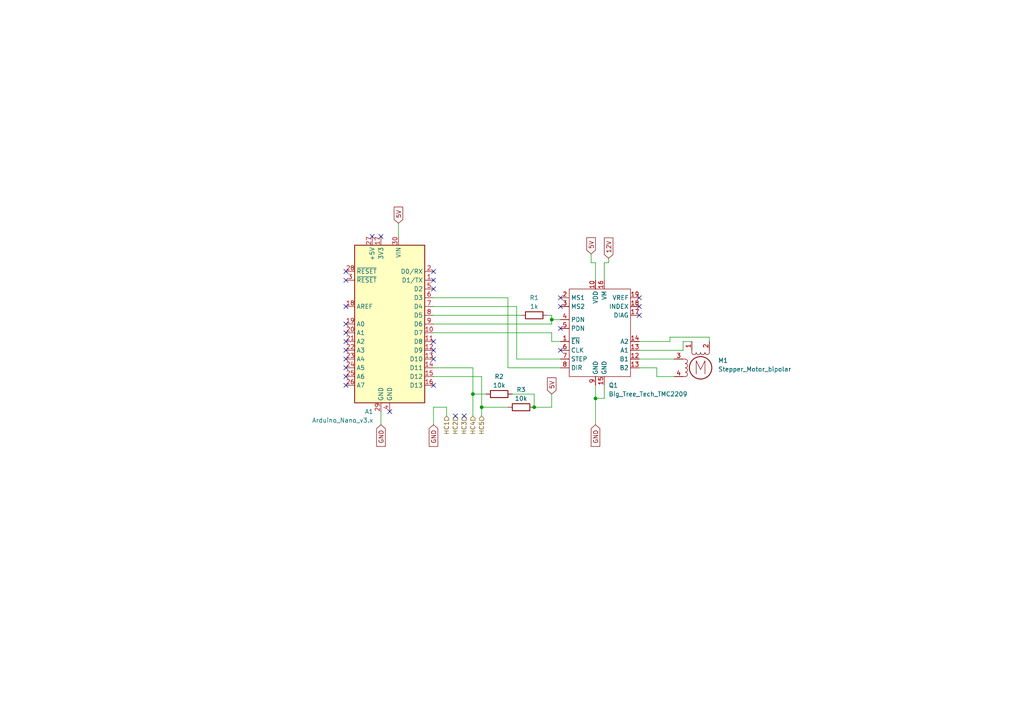
<source format=kicad_sch>
(kicad_sch (version 20230121) (generator eeschema)
  (paper "A4")
  (lib_symbols
    (symbol "Device:R" (pin_numbers hide) (pin_names (offset 0))
      (property "Reference" "R" (at 2.032 0 90))
      (property "Value" "R" (at 0 0 90))
      (symbol "R_0_1"
        (rectangle (start -1.016 -2.54) (end 1.016 2.54) (stroke (width 0.254)))
      )
      (symbol "R_1_1"
        (pin passive line (at 0 3.81 270) (length 1.27) (name "~") (number "1"))
        (pin passive line (at 0 -3.81 90) (length 1.27) (name "~") (number "2"))
      )
    )
    (symbol "MCU_Module:Arduino_Nano_v3.x"
      (property "Reference" "A1" (at 4.7341 -25.4 0))
      (property "Value" "Arduino_Nano_v3.x" (at 4.7341 -27.94 0))
      (symbol "Arduino_Nano_v3.x_0_1"
        (rectangle (start -10.16 22.86) (end 10.16 -22.86) (stroke (width 0.254)) (fill (type background)))
      )
      (symbol "Arduino_Nano_v3.x_1_1"
        (pin bidirectional line (at -12.7 12.7 0) (length 2.54) (name "D1/TX") (number "1"))
        (pin bidirectional line (at -12.7 -2.54 0) (length 2.54) (name "D7") (number "10"))
        (pin bidirectional line (at -12.7 -5.08 0) (length 2.54) (name "D8") (number "11"))
        (pin bidirectional line (at -12.7 -7.62 0) (length 2.54) (name "D9") (number "12"))
        (pin bidirectional line (at -12.7 -10.16 0) (length 2.54) (name "D10") (number "13"))
        (pin bidirectional line (at -12.7 -12.7 0) (length 2.54) (name "D11") (number "14"))
        (pin bidirectional line (at -12.7 -15.24 0) (length 2.54) (name "D12") (number "15"))
        (pin bidirectional line (at -12.7 -17.78 0) (length 2.54) (name "D13") (number "16"))
        (pin power_out line (at 2.54 25.4 270) (length 2.54) (name "3V3") (number "17"))
        (pin input line (at 12.7 5.08 180) (length 2.54) (name "AREF") (number "18"))
        (pin bidirectional line (at 12.7 0 180) (length 2.54) (name "A0") (number "19"))
        (pin bidirectional line (at -12.7 15.24 0) (length 2.54) (name "D0/RX") (number "2"))
        (pin bidirectional line (at 12.7 -2.54 180) (length 2.54) (name "A1") (number "20"))
        (pin bidirectional line (at 12.7 -5.08 180) (length 2.54) (name "A2") (number "21"))
        (pin bidirectional line (at 12.7 -7.62 180) (length 2.54) (name "A3") (number "22"))
        (pin bidirectional line (at 12.7 -10.16 180) (length 2.54) (name "A4") (number "23"))
        (pin bidirectional line (at 12.7 -12.7 180) (length 2.54) (name "A5") (number "24"))
        (pin bidirectional line (at 12.7 -15.24 180) (length 2.54) (name "A6") (number "25"))
        (pin bidirectional line (at 12.7 -17.78 180) (length 2.54) (name "A7") (number "26"))
        (pin power_out line (at 5.08 25.4 270) (length 2.54) (name "+5V") (number "27"))
        (pin input line (at 12.7 15.24 180) (length 2.54) (name "~{RESET}") (number "28"))
        (pin power_in line (at 2.54 -25.4 90) (length 2.54) (name "GND") (number "29"))
        (pin input line (at 12.7 12.7 180) (length 2.54) (name "~{RESET}") (number "3"))
        (pin power_in line (at -2.54 25.4 270) (length 2.54) (name "VIN") (number "30"))
        (pin power_in line (at 0 -25.4 90) (length 2.54) (name "GND") (number "4"))
        (pin bidirectional line (at -12.7 10.16 0) (length 2.54) (name "D2") (number "5"))
        (pin bidirectional line (at -12.7 7.62 0) (length 2.54) (name "D3") (number "6"))
        (pin bidirectional line (at -12.7 5.08 0) (length 2.54) (name "D4") (number "7"))
        (pin bidirectional line (at -12.7 2.54 0) (length 2.54) (name "D5") (number "8"))
        (pin bidirectional line (at -12.7 0 0) (length 2.54) (name "D6") (number "9"))
      )
    )
    (symbol "Motor:Stepper_Motor_bipolar" (pin_names (offset 0) hide)
      (property "Reference" "M" (at 3.81 2.54 0))
      (property "Value" "Stepper_Motor_bipolar" (at 3.81 1.27 0))
      (symbol "Stepper_Motor_bipolar_0_0"
        (polyline (pts (xy -1.27 -1.778) (xy -1.27 2.032) (xy 0 -0.508) (xy 1.27 2.032) (xy 1.27 -1.778)))
      )
      (symbol "Stepper_Motor_bipolar_0_1"
        (arc (start -4.445 -2.54) (mid -3.8127 -1.905) (end -4.445 -1.27))
        (arc (start -4.445 -1.27) (mid -3.8127 -0.635) (end -4.445 0))
        (arc (start -4.445 0) (mid -3.8127 0.635) (end -4.445 1.27))
        (arc (start -4.445 1.27) (mid -3.8127 1.905) (end -4.445 2.54))
        (arc (start -2.54 4.445) (mid -1.905 3.8127) (end -1.27 4.445))
        (arc (start -1.27 4.445) (mid -0.635 3.8127) (end 0 4.445))
        (polyline (pts (xy -5.08 -2.54) (xy -4.445 -2.54)))
        (polyline (pts (xy -5.08 2.54) (xy -4.445 2.54)))
        (polyline (pts (xy -2.54 5.08) (xy -2.54 4.445)))
        (polyline (pts (xy 2.54 5.08) (xy 2.54 4.445)))
        (circle (center 0 0) (radius 3.2512) (stroke (width 0.254)))
        (arc (start 0 4.445) (mid 0.635 3.8127) (end 1.27 4.445))
        (arc (start 1.27 4.445) (mid 1.905 3.8127) (end 2.54 4.445))
      )
      (symbol "Stepper_Motor_bipolar_1_1"
        (pin passive line (at -2.54 7.62 270) (length 2.54) (name "~") (number "1"))
        (pin passive line (at 2.54 7.62 270) (length 2.54) (name "-") (number "2"))
        (pin passive line (at -7.62 2.54 0) (length 2.54) (name "~") (number "3"))
        (pin passive line (at -7.62 -2.54 0) (length 2.54) (name "~") (number "4"))
      )
    )
    (symbol "stepperDriver:TMC2209"
      (property "Reference" "Q1" (at 11.43 -2.54 0))
      (property "Value" "Big_Tree_Tech_TMC2209" (at 22.86 -5.08 0))
      (symbol "TMC2209_1_1"
        (rectangle (start 0 25.4) (end 17.78 0))
        (pin input line (at -2.54 10.16 0) (length 2.54) (name "~{EN}") (number "1"))
        (pin power_in line (at 7.62 27.94 270) (length 2.54) (name "VDD") (number "10"))
        (pin power_out line (at 20.32 5.08 180) (length 2.54) (name "B1") (number "12"))
        (pin power_out line (at 20.32 7.62 180) (length 2.54) (name "A1") (number "13"))
        (pin power_out line (at 20.32 2.54 180) (length 2.54) (name "B2") (number "13"))
        (pin power_out line (at 20.32 10.16 180) (length 2.54) (name "A2") (number "14"))
        (pin power_in line (at 10.16 -2.54 90) (length 2.54) (name "GND") (number "15"))
        (pin input line (at 10.16 27.94 270) (length 2.54) (name "VM") (number "16"))
        (pin output line (at 20.32 17.78 180) (length 2.54) (name "DIAG") (number "17"))
        (pin output line (at 20.32 20.32 180) (length 2.54) (name "INDEX") (number "18"))
        (pin input line (at 20.32 22.86 180) (length 2.54) (name "VREF") (number "19"))
        (pin input line (at -2.54 22.86 0) (length 2.54) (name "MS1") (number "2"))
        (pin input line (at -2.54 20.32 0) (length 2.54) (name "MS2") (number "3"))
        (pin bidirectional line (at -2.54 16.51 0) (length 2.54) (name "PDN") (number "4"))
        (pin bidirectional line (at -2.54 13.97 0) (length 2.54) (name "PDN") (number "5"))
        (pin input line (at -2.54 7.62 0) (length 2.54) (name "CLK") (number "6"))
        (pin input line (at -2.54 5.08 0) (length 2.54) (name "STEP") (number "7"))
        (pin input line (at -2.54 2.54 0) (length 2.54) (name "DIR") (number "8"))
        (pin power_in line (at 7.62 -2.54 90) (length 2.54) (name "GND") (number "9"))
      )
    )
  )
  (junction (at 137.16 114.3))
  (junction (at 139.7 118.11))
  (junction (at 154.94 118.11))
  (junction (at 172.72 115.57))
  (junction (at 160.02 92.71))
  (no_connect (at 100.33 93.98))
  (no_connect (at 100.33 104.14))
  (no_connect (at 125.73 101.6))
  (no_connect (at 162.56 86.36))
  (no_connect (at 100.33 111.76))
  (no_connect (at 125.73 99.06))
  (no_connect (at 100.33 81.28))
  (no_connect (at 185.42 91.44))
  (no_connect (at 110.49 68.58))
  (no_connect (at 125.73 81.28))
  (no_connect (at 100.33 99.06))
  (no_connect (at 125.73 104.14))
  (no_connect (at 100.33 78.74))
  (no_connect (at 132.08 120.65))
  (no_connect (at 125.73 78.74))
  (no_connect (at 113.03 119.38))
  (no_connect (at 185.42 88.9))
  (no_connect (at 100.33 101.6))
  (no_connect (at 185.42 86.36))
  (no_connect (at 100.33 109.22))
  (no_connect (at 162.56 88.9))
  (no_connect (at 162.56 95.25))
  (no_connect (at 134.62 120.65))
  (no_connect (at 162.56 101.6))
  (no_connect (at 125.73 111.76))
  (no_connect (at 100.33 88.9))
  (no_connect (at 100.33 96.52))
  (no_connect (at 100.33 106.68))
  (no_connect (at 125.73 83.82))
  (no_connect (at 107.95 68.58))
  (wire (pts (xy 160.02 99.06) (xy 162.56 99.06)))
  (wire (pts (xy 160.02 91.44) (xy 160.02 92.71)))
  (wire (pts (xy 129.54 118.11) (xy 129.54 120.65)))
  (wire (pts (xy 175.26 111.76) (xy 175.26 115.57)))
  (wire (pts (xy 190.5 109.22) (xy 195.58 109.22)))
  (wire (pts (xy 198.12 101.6) (xy 198.12 99.06)))
  (wire (pts (xy 185.42 104.14) (xy 195.58 104.14)))
  (wire (pts (xy 110.49 119.38) (xy 110.49 123.19)))
  (wire (pts (xy 125.73 106.68) (xy 137.16 106.68)))
  (wire (pts (xy 154.94 118.11) (xy 160.02 118.11)))
  (wire (pts (xy 154.94 114.3) (xy 154.94 118.11)))
  (wire (pts (xy 185.42 99.06) (xy 194.31 99.06)))
  (wire (pts (xy 176.53 74.93) (xy 176.53 76.2)))
  (wire (pts (xy 160.02 92.71) (xy 162.56 92.71)))
  (wire (pts (xy 125.73 118.11) (xy 125.73 123.19)))
  (wire (pts (xy 194.31 99.06) (xy 194.31 97.79)))
  (wire (pts (xy 149.86 104.14) (xy 149.86 88.9)))
  (wire (pts (xy 137.16 114.3) (xy 140.97 114.3)))
  (wire (pts (xy 125.73 91.44) (xy 151.13 91.44)))
  (wire (pts (xy 147.32 106.68) (xy 162.56 106.68)))
  (wire (pts (xy 160.02 99.06) (xy 160.02 96.52)))
  (wire (pts (xy 176.53 76.2) (xy 175.26 76.2)))
  (wire (pts (xy 160.02 118.11) (xy 160.02 114.3)))
  (wire (pts (xy 185.42 106.68) (xy 190.5 106.68)))
  (wire (pts (xy 137.16 114.3) (xy 137.16 120.65)))
  (wire (pts (xy 147.32 86.36) (xy 125.73 86.36)))
  (wire (pts (xy 172.72 76.2) (xy 172.72 81.28)))
  (wire (pts (xy 139.7 109.22) (xy 139.7 118.11)))
  (wire (pts (xy 205.74 97.79) (xy 205.74 99.06)))
  (wire (pts (xy 171.45 73.66) (xy 171.45 76.2)))
  (wire (pts (xy 190.5 106.68) (xy 190.5 109.22)))
  (wire (pts (xy 125.73 93.98) (xy 160.02 93.98)))
  (wire (pts (xy 158.75 91.44) (xy 160.02 91.44)))
  (wire (pts (xy 171.45 76.2) (xy 172.72 76.2)))
  (wire (pts (xy 175.26 115.57) (xy 172.72 115.57)))
  (wire (pts (xy 198.12 99.06) (xy 200.66 99.06)))
  (wire (pts (xy 147.32 106.68) (xy 147.32 86.36)))
  (wire (pts (xy 172.72 115.57) (xy 172.72 123.19)))
  (wire (pts (xy 125.73 118.11) (xy 129.54 118.11)))
  (wire (pts (xy 137.16 106.68) (xy 137.16 114.3)))
  (wire (pts (xy 139.7 118.11) (xy 147.32 118.11)))
  (wire (pts (xy 160.02 96.52) (xy 125.73 96.52)))
  (wire (pts (xy 185.42 101.6) (xy 198.12 101.6)))
  (wire (pts (xy 125.73 88.9) (xy 149.86 88.9)))
  (wire (pts (xy 175.26 76.2) (xy 175.26 81.28)))
  (wire (pts (xy 125.73 109.22) (xy 139.7 109.22)))
  (wire (pts (xy 148.59 114.3) (xy 154.94 114.3)))
  (wire (pts (xy 139.7 118.11) (xy 139.7 120.65)))
  (wire (pts (xy 194.31 97.79) (xy 205.74 97.79)))
  (wire (pts (xy 162.56 104.14) (xy 149.86 104.14)))
  (wire (pts (xy 172.72 111.76) (xy 172.72 115.57)))
  (wire (pts (xy 115.57 64.77) (xy 115.57 68.58)))
  (wire (pts (xy 160.02 93.98) (xy 160.02 92.71)))
  (global_label "GND" (shape input) (at 172.72 123.19 270) (property "Intersheetrefs" "${INTERSHEET_REFS}" (effects hide)))
  (global_label "5V" (shape input) (at 171.45 73.66 90) (property "Intersheetrefs" "${INTERSHEET_REFS}" (effects hide)))
  (global_label "5V" (shape input) (at 115.57 64.77 90) (property "Intersheetrefs" "${INTERSHEET_REFS}" (effects hide)))
  (global_label "GND" (shape input) (at 110.49 123.19 270) (property "Intersheetrefs" "${INTERSHEET_REFS}" (effects hide)))
  (global_label "12V" (shape input) (at 176.53 74.93 90) (property "Intersheetrefs" "${INTERSHEET_REFS}" (effects hide)))
  (global_label "GND" (shape input) (at 125.73 123.19 270) (property "Intersheetrefs" "${INTERSHEET_REFS}" (effects hide)))
  (global_label "5V" (shape input) (at 160.02 114.3 90) (property "Intersheetrefs" "${INTERSHEET_REFS}" (effects hide)))
  (hierarchical_label "HC3" (shape input) (at 134.62 120.65 270))
  (hierarchical_label "HC5" (shape input) (at 139.7 120.65 270))
  (hierarchical_label "HC2" (shape input) (at 132.08 120.65 270))
  (hierarchical_label "HC4" (shape input) (at 137.16 120.65 270))
  (hierarchical_label "HC1" (shape input) (at 129.54 120.65 270))
  (symbol (lib_id "MCU_Module:Arduino_Nano_v3.x") (at 113.03 93.98 0) (mirror y) (unit 1)
    (property "Reference" "A1" (at 108.2959 119.38 0) (effects (justify left)))
    (property "Value" "Arduino_Nano_v3.x" (at 108.2959 121.92 0) (effects (justify left)))
    (property "Footprint" "Module:Arduino_Nano" (effects hide))
    (property "Datasheet" "http://www.mouser.com/pdfdocs/Gravitech_Arduino_Nano3_0.pdf" (effects hide))
  )
  (symbol (lib_id "Device:R") (at 144.78 114.3 270) (unit 1)
    (property "Reference" "R2" (at 144.78 109.22 90))
    (property "Value" "10k" (at 144.78 111.76 90))
    (property "Footprint" "Resistor_THT:R_Axial_DIN0207_L6.3mm_D2.5mm_P10.16mm_Horizontal" (effects hide))
    (instances (project "Schematic" (path "" (reference "R2") (unit 1)) (path "" (reference "R1") (unit 1))))
  )
  (symbol (lib_id "stepperDriver:TMC2209") (at 165.1 109.22 0) (unit 1)
    (property "Reference" "Q1" (at 176.53 111.76 0) (effects (justify left)))
    (property "Value" "Big_Tree_Tech_TMC2209" (at 187.96 114.3 0))
  )
  (symbol (lib_id "Motor:Stepper_Motor_bipolar") (at 203.2 106.68 0) (unit 1)
    (property "Reference" "M1" (at 208.28 104.5591 0) (effects (justify left)))
    (property "Value" "Stepper_Motor_bipolar" (at 208.28 107.0991 0) (effects (justify left)))
    (property "Datasheet" "http://www.infineon.com/dgdl/Application-Note-TLE8110EE_driving_UniPolarStepperMotor_V1.1.pdf?fileId=db3a30431be39b97011be5d0aa0a00b0" (effects hide))
  )
  (symbol (lib_id "Device:R") (at 154.94 91.44 270) (unit 1)
    (property "Reference" "R1" (at 154.94 86.36 90))
    (property "Value" "1k" (at 154.94 88.9 90))
    (property "Footprint" "Resistor_THT:R_Axial_DIN0207_L6.3mm_D2.5mm_P10.16mm_Horizontal" (effects hide))
    (instances (project "Schematic" (path "" (reference "R1") (unit 1)) (path "" (reference "R3") (unit 1))))
  )
  (symbol (lib_id "Device:R") (at 151.13 118.11 270) (unit 1)
    (property "Reference" "R3" (at 151.13 113.03 90))
    (property "Value" "10k" (at 151.13 115.57 90))
    (property "Footprint" "Resistor_THT:R_Axial_DIN0207_L6.3mm_D2.5mm_P10.16mm_Horizontal" (effects hide))
    (instances (project "Schematic" (path "" (reference "R3") (unit 1)) (path "" (reference "R2") (unit 1))))
  )
)
</source>
